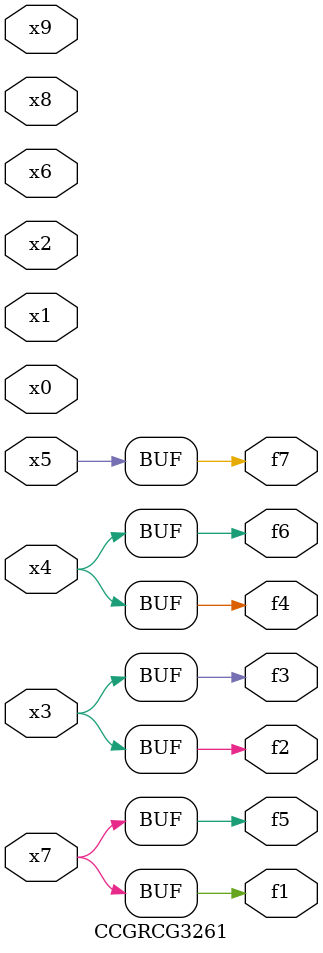
<source format=v>
module CCGRCG3261(
	input x0, x1, x2, x3, x4, x5, x6, x7, x8, x9,
	output f1, f2, f3, f4, f5, f6, f7
);
	assign f1 = x7;
	assign f2 = x3;
	assign f3 = x3;
	assign f4 = x4;
	assign f5 = x7;
	assign f6 = x4;
	assign f7 = x5;
endmodule

</source>
